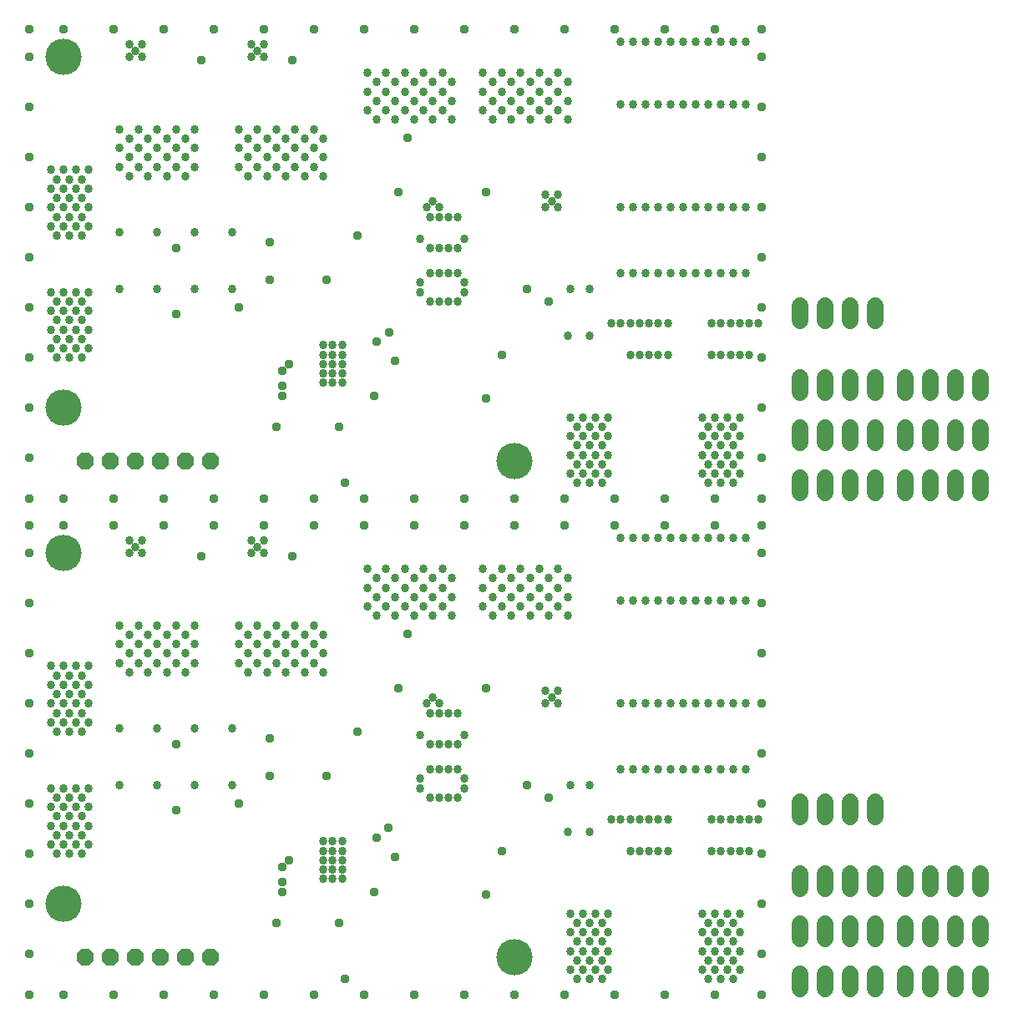
<source format=gbr>
G04 EAGLE Gerber RS-274X export*
G75*
%MOMM*%
%FSLAX34Y34*%
%LPD*%
%INSoldermask Bottom*%
%IPPOS*%
%AMOC8*
5,1,8,0,0,1.08239X$1,22.5*%
G01*
%ADD10C,3.683000*%
%ADD11P,1.869504X8X112.500000*%
%ADD12C,1.727200*%
%ADD13C,0.959600*%
%ADD14C,0.859600*%
%ADD15C,0.863600*%


D10*
X508000Y50165D03*
X50800Y459740D03*
X50800Y104140D03*
X508000Y553085D03*
X50800Y962660D03*
X50800Y607060D03*
D11*
X73025Y50165D03*
X98425Y50165D03*
X123825Y50165D03*
X149225Y50165D03*
X174625Y50165D03*
X200025Y50165D03*
X73025Y553085D03*
X98425Y553085D03*
X123825Y553085D03*
X149225Y553085D03*
X174625Y553085D03*
X200025Y553085D03*
D12*
X904720Y33020D02*
X904720Y17780D01*
X930120Y17780D02*
X930120Y33020D01*
X955520Y33020D02*
X955520Y17780D01*
X980920Y17780D02*
X980920Y33020D01*
X797720Y33020D02*
X797720Y17780D01*
X823120Y17780D02*
X823120Y33020D01*
X848520Y33020D02*
X848520Y17780D01*
X873920Y17780D02*
X873920Y33020D01*
X904720Y68580D02*
X904720Y83820D01*
X930120Y83820D02*
X930120Y68580D01*
X955520Y68580D02*
X955520Y83820D01*
X980920Y83820D02*
X980920Y68580D01*
X797720Y68580D02*
X797720Y83820D01*
X823120Y83820D02*
X823120Y68580D01*
X848520Y68580D02*
X848520Y83820D01*
X873920Y83820D02*
X873920Y68580D01*
X904720Y119380D02*
X904720Y134620D01*
X930120Y134620D02*
X930120Y119380D01*
X955520Y119380D02*
X955520Y134620D01*
X980920Y134620D02*
X980920Y119380D01*
X797720Y119380D02*
X797720Y134620D01*
X823120Y134620D02*
X823120Y119380D01*
X848520Y119380D02*
X848520Y134620D01*
X873920Y134620D02*
X873920Y119380D01*
X797720Y192880D02*
X797720Y208120D01*
X823120Y208120D02*
X823120Y192880D01*
X848520Y192880D02*
X848520Y208120D01*
X873920Y208120D02*
X873920Y192880D01*
X904720Y520700D02*
X904720Y535940D01*
X930120Y535940D02*
X930120Y520700D01*
X955520Y520700D02*
X955520Y535940D01*
X980920Y535940D02*
X980920Y520700D01*
X797720Y520700D02*
X797720Y535940D01*
X823120Y535940D02*
X823120Y520700D01*
X848520Y520700D02*
X848520Y535940D01*
X873920Y535940D02*
X873920Y520700D01*
X904720Y571500D02*
X904720Y586740D01*
X930120Y586740D02*
X930120Y571500D01*
X955520Y571500D02*
X955520Y586740D01*
X980920Y586740D02*
X980920Y571500D01*
X797720Y571500D02*
X797720Y586740D01*
X823120Y586740D02*
X823120Y571500D01*
X848520Y571500D02*
X848520Y586740D01*
X873920Y586740D02*
X873920Y571500D01*
X904720Y622300D02*
X904720Y637540D01*
X930120Y637540D02*
X930120Y622300D01*
X955520Y622300D02*
X955520Y637540D01*
X980920Y637540D02*
X980920Y622300D01*
X797720Y622300D02*
X797720Y637540D01*
X823120Y637540D02*
X823120Y622300D01*
X848520Y622300D02*
X848520Y637540D01*
X873920Y637540D02*
X873920Y622300D01*
X797720Y695800D02*
X797720Y711040D01*
X823120Y711040D02*
X823120Y695800D01*
X848520Y695800D02*
X848520Y711040D01*
X873920Y711040D02*
X873920Y695800D01*
D13*
X272879Y142069D03*
X365656Y116534D03*
X400050Y377924D03*
X273050Y126365D03*
X317500Y234315D03*
D14*
X358775Y443865D03*
X368300Y434340D03*
X377825Y443865D03*
X387350Y434340D03*
X396875Y443865D03*
X406400Y434340D03*
X415925Y443865D03*
X425450Y434340D03*
X434975Y443865D03*
X444500Y434340D03*
X358775Y424815D03*
X377825Y424815D03*
X396875Y424815D03*
X415925Y424815D03*
X434975Y424815D03*
X368300Y415290D03*
X387350Y415290D03*
X406400Y415290D03*
X425450Y415290D03*
X444500Y415290D03*
X434975Y405765D03*
X415925Y405765D03*
X396875Y405765D03*
X377825Y405765D03*
X358775Y405765D03*
X368300Y396240D03*
X387350Y396240D03*
X406400Y396240D03*
X425450Y396240D03*
X444500Y396240D03*
X476250Y443865D03*
X485775Y434340D03*
X495300Y443865D03*
X504825Y434340D03*
X514350Y443865D03*
X523875Y434340D03*
X533400Y443865D03*
X542925Y434340D03*
X552450Y443865D03*
X561975Y434340D03*
X476250Y424815D03*
X495300Y424815D03*
X514350Y424815D03*
X533400Y424815D03*
X552450Y424815D03*
X485775Y415290D03*
X504825Y415290D03*
X523875Y415290D03*
X542925Y415290D03*
X561975Y415290D03*
X552450Y405765D03*
X533400Y405765D03*
X514350Y405765D03*
X495300Y405765D03*
X476250Y405765D03*
X485775Y396240D03*
X504825Y396240D03*
X523875Y396240D03*
X542925Y396240D03*
X561975Y396240D03*
X615950Y475615D03*
X628650Y475615D03*
X641350Y475615D03*
X654050Y475615D03*
X666750Y475615D03*
X679450Y475615D03*
X692150Y475615D03*
X704850Y475615D03*
X717550Y475615D03*
X730250Y475615D03*
X742950Y475615D03*
X615950Y412115D03*
X628650Y412115D03*
X641350Y412115D03*
X654050Y412115D03*
X666750Y412115D03*
X679450Y412115D03*
X692150Y412115D03*
X704850Y412115D03*
X717550Y412115D03*
X730250Y412115D03*
X742950Y412115D03*
X117475Y472440D03*
X130175Y472440D03*
X123825Y466090D03*
X117475Y459740D03*
X130175Y459740D03*
X241300Y472440D03*
X254000Y472440D03*
X247650Y466090D03*
D15*
X241300Y459740D03*
X254000Y459740D03*
D13*
X228600Y205740D03*
X349250Y278765D03*
D14*
X412750Y275590D03*
X457200Y275590D03*
X422275Y297815D03*
X450850Y297815D03*
X422275Y266065D03*
X431800Y266065D03*
X441325Y266065D03*
X450850Y266065D03*
X419100Y307340D03*
X431800Y307340D03*
X425450Y313690D03*
X539750Y307340D03*
X552450Y307340D03*
X546100Y313690D03*
X539750Y320040D03*
X552450Y320040D03*
X431800Y297815D03*
X441325Y297815D03*
D13*
X15875Y12065D03*
X50800Y12065D03*
X101600Y12065D03*
X152400Y12065D03*
X203200Y12065D03*
X254000Y12065D03*
X15875Y53340D03*
X15875Y104140D03*
X15875Y154940D03*
X304800Y12065D03*
X355600Y12065D03*
X406400Y12065D03*
X457200Y12065D03*
X508000Y12065D03*
X558800Y12065D03*
X609600Y12065D03*
X660400Y12065D03*
X711200Y12065D03*
X758825Y12065D03*
X758825Y53340D03*
X758825Y104140D03*
X758825Y154940D03*
X758825Y205740D03*
X758825Y256540D03*
X758825Y307340D03*
X758825Y358140D03*
X758825Y408940D03*
X758825Y459740D03*
X15875Y205740D03*
X15875Y256540D03*
X15875Y307340D03*
X15875Y358140D03*
X15875Y408940D03*
X15875Y459740D03*
X15875Y488315D03*
X50800Y488315D03*
X101600Y488315D03*
X152400Y488315D03*
X203200Y488315D03*
X254000Y488315D03*
X304800Y488315D03*
X355600Y488315D03*
X406400Y488315D03*
X457200Y488315D03*
X508000Y488315D03*
X558800Y488315D03*
X609600Y488315D03*
X660400Y488315D03*
X711200Y488315D03*
X758825Y488315D03*
D14*
X323850Y167640D03*
X314325Y167640D03*
X333375Y167640D03*
X314325Y158115D03*
X323850Y158115D03*
X333375Y158115D03*
X314325Y148590D03*
X323850Y148590D03*
X333375Y148590D03*
X314325Y139065D03*
X323850Y139065D03*
X333375Y139065D03*
X314325Y129540D03*
X323850Y129540D03*
X333375Y129540D03*
X561975Y177165D03*
X584200Y177165D03*
X412750Y231140D03*
X412750Y221615D03*
X422275Y212090D03*
X431800Y212090D03*
X441325Y212090D03*
X450850Y212090D03*
X422275Y240665D03*
X431800Y240665D03*
X441325Y240665D03*
X450850Y240665D03*
X457200Y231140D03*
X457200Y221615D03*
X107950Y224790D03*
X146050Y224790D03*
X184150Y224790D03*
X222250Y224790D03*
X606425Y189865D03*
X615950Y189865D03*
X625475Y189865D03*
X635000Y189865D03*
X644525Y189865D03*
X654050Y189865D03*
X663575Y189865D03*
X663575Y158115D03*
X654050Y158115D03*
X644525Y158115D03*
X635000Y158115D03*
X625475Y158115D03*
X565150Y94615D03*
X577850Y94615D03*
X590550Y94615D03*
X603250Y94615D03*
X571500Y85090D03*
X584200Y85090D03*
X596900Y85090D03*
X565150Y75565D03*
X577850Y75565D03*
X590550Y75565D03*
X603250Y75565D03*
X571500Y66040D03*
X584200Y66040D03*
X596900Y66040D03*
X565150Y56515D03*
X577850Y56515D03*
X590550Y56515D03*
X603250Y56515D03*
X571500Y46990D03*
X584200Y46990D03*
X596900Y46990D03*
X565150Y37465D03*
X577850Y37465D03*
X590550Y37465D03*
X603250Y37465D03*
X571500Y27940D03*
X584200Y27940D03*
X596900Y27940D03*
X38100Y221615D03*
X50800Y221615D03*
X63500Y221615D03*
X76200Y221615D03*
X44450Y212090D03*
X57150Y212090D03*
X69850Y212090D03*
X38100Y202565D03*
X50800Y202565D03*
X63500Y202565D03*
X76200Y202565D03*
X44450Y193040D03*
X57150Y193040D03*
X69850Y193040D03*
X38100Y183515D03*
X50800Y183515D03*
X63500Y183515D03*
X76200Y183515D03*
X44450Y173990D03*
X57150Y173990D03*
X69850Y173990D03*
X38100Y164465D03*
X50800Y164465D03*
X63500Y164465D03*
X76200Y164465D03*
X44450Y154940D03*
X57150Y154940D03*
X69850Y154940D03*
D13*
X266700Y85090D03*
X330200Y85090D03*
X260350Y234315D03*
X479425Y113665D03*
X542925Y212090D03*
D14*
X755650Y189865D03*
X746125Y189865D03*
X736600Y189865D03*
X727075Y189865D03*
X717550Y189865D03*
X708025Y189865D03*
X708025Y158115D03*
X717550Y158115D03*
X727075Y158115D03*
X736600Y158115D03*
X746125Y158115D03*
X615950Y307340D03*
X628650Y307340D03*
X641350Y307340D03*
X654050Y307340D03*
X666750Y307340D03*
X679450Y307340D03*
X692150Y307340D03*
X704850Y307340D03*
X717550Y307340D03*
X730250Y307340D03*
X742950Y307340D03*
X615950Y240665D03*
X628650Y240665D03*
X641350Y240665D03*
X654050Y240665D03*
X666750Y240665D03*
X679450Y240665D03*
X692150Y240665D03*
X704850Y240665D03*
X717550Y240665D03*
X730250Y240665D03*
X742950Y240665D03*
X584200Y224790D03*
X565150Y224790D03*
X698500Y94615D03*
X711200Y94615D03*
X723900Y94615D03*
X736600Y94615D03*
X704850Y85090D03*
X717550Y85090D03*
X730250Y85090D03*
X698500Y75565D03*
X711200Y75565D03*
X723900Y75565D03*
X736600Y75565D03*
X704850Y66040D03*
X717550Y66040D03*
X730250Y66040D03*
X698500Y56515D03*
X711200Y56515D03*
X723900Y56515D03*
X736600Y56515D03*
X704850Y46990D03*
X717550Y46990D03*
X730250Y46990D03*
X698500Y37465D03*
X711200Y37465D03*
X723900Y37465D03*
X736600Y37465D03*
X704850Y27940D03*
X717550Y27940D03*
X730250Y27940D03*
D13*
X390525Y323215D03*
X479425Y323215D03*
X279400Y148741D03*
X190500Y456565D03*
X282575Y456565D03*
X272824Y116389D03*
X336550Y27940D03*
X380000Y181515D03*
X387350Y151765D03*
X495300Y158115D03*
X368300Y171566D03*
X520700Y224790D03*
X165100Y266065D03*
D14*
X107950Y386715D03*
X117475Y377190D03*
X127000Y386715D03*
X136525Y377190D03*
X146050Y386715D03*
X155575Y377190D03*
X165100Y386715D03*
X174625Y377190D03*
X184150Y386715D03*
X107950Y367665D03*
X127000Y367665D03*
X146050Y367665D03*
X165100Y367665D03*
X184150Y367665D03*
X117475Y358140D03*
X136525Y358140D03*
X155575Y358140D03*
X174625Y358140D03*
X184150Y348615D03*
X165100Y348615D03*
X146050Y348615D03*
X127000Y348615D03*
X107950Y348615D03*
X117475Y339090D03*
X136525Y339090D03*
X155575Y339090D03*
X174625Y339090D03*
X228600Y386715D03*
X238125Y377190D03*
X247650Y386715D03*
X257175Y377190D03*
X266700Y386715D03*
X276225Y377190D03*
X285750Y386715D03*
X295275Y377190D03*
X304800Y386715D03*
X314325Y377190D03*
X228600Y367665D03*
X247650Y367665D03*
X266700Y367665D03*
X285750Y367665D03*
X304800Y367665D03*
X238125Y358140D03*
X257175Y358140D03*
X276225Y358140D03*
X295275Y358140D03*
X314325Y358140D03*
X304800Y348615D03*
X285750Y348615D03*
X266700Y348615D03*
X247650Y348615D03*
X228600Y348615D03*
X238125Y339090D03*
X257175Y339090D03*
X276225Y339090D03*
X295275Y339090D03*
X314325Y339090D03*
X107950Y281940D03*
X146050Y281940D03*
X184150Y281940D03*
X222250Y281940D03*
X38100Y345440D03*
X50800Y345440D03*
X63500Y345440D03*
X76200Y345440D03*
X44450Y335915D03*
X57150Y335915D03*
X69850Y335915D03*
X38100Y326390D03*
X50800Y326390D03*
X63500Y326390D03*
X76200Y326390D03*
X44450Y316865D03*
X57150Y316865D03*
X69850Y316865D03*
X38100Y307340D03*
X50800Y307340D03*
X63500Y307340D03*
X76200Y307340D03*
X44450Y297815D03*
X57150Y297815D03*
X69850Y297815D03*
X38100Y288290D03*
X50800Y288290D03*
X63500Y288290D03*
X76200Y288290D03*
X44450Y278765D03*
X57150Y278765D03*
X69850Y278765D03*
D13*
X165100Y199390D03*
X260350Y272415D03*
X272879Y644989D03*
X365656Y619454D03*
X400050Y880844D03*
X273050Y629285D03*
X317500Y737235D03*
D14*
X358775Y946785D03*
X368300Y937260D03*
X377825Y946785D03*
X387350Y937260D03*
X396875Y946785D03*
X406400Y937260D03*
X415925Y946785D03*
X425450Y937260D03*
X434975Y946785D03*
X444500Y937260D03*
X358775Y927735D03*
X377825Y927735D03*
X396875Y927735D03*
X415925Y927735D03*
X434975Y927735D03*
X368300Y918210D03*
X387350Y918210D03*
X406400Y918210D03*
X425450Y918210D03*
X444500Y918210D03*
X434975Y908685D03*
X415925Y908685D03*
X396875Y908685D03*
X377825Y908685D03*
X358775Y908685D03*
X368300Y899160D03*
X387350Y899160D03*
X406400Y899160D03*
X425450Y899160D03*
X444500Y899160D03*
X476250Y946785D03*
X485775Y937260D03*
X495300Y946785D03*
X504825Y937260D03*
X514350Y946785D03*
X523875Y937260D03*
X533400Y946785D03*
X542925Y937260D03*
X552450Y946785D03*
X561975Y937260D03*
X476250Y927735D03*
X495300Y927735D03*
X514350Y927735D03*
X533400Y927735D03*
X552450Y927735D03*
X485775Y918210D03*
X504825Y918210D03*
X523875Y918210D03*
X542925Y918210D03*
X561975Y918210D03*
X552450Y908685D03*
X533400Y908685D03*
X514350Y908685D03*
X495300Y908685D03*
X476250Y908685D03*
X485775Y899160D03*
X504825Y899160D03*
X523875Y899160D03*
X542925Y899160D03*
X561975Y899160D03*
X615950Y978535D03*
X628650Y978535D03*
X641350Y978535D03*
X654050Y978535D03*
X666750Y978535D03*
X679450Y978535D03*
X692150Y978535D03*
X704850Y978535D03*
X717550Y978535D03*
X730250Y978535D03*
X742950Y978535D03*
X615950Y915035D03*
X628650Y915035D03*
X641350Y915035D03*
X654050Y915035D03*
X666750Y915035D03*
X679450Y915035D03*
X692150Y915035D03*
X704850Y915035D03*
X717550Y915035D03*
X730250Y915035D03*
X742950Y915035D03*
X117475Y975360D03*
X130175Y975360D03*
X123825Y969010D03*
X117475Y962660D03*
X130175Y962660D03*
X241300Y975360D03*
X254000Y975360D03*
X247650Y969010D03*
D15*
X241300Y962660D03*
X254000Y962660D03*
D13*
X228600Y708660D03*
X349250Y781685D03*
D14*
X412750Y778510D03*
X457200Y778510D03*
X422275Y800735D03*
X450850Y800735D03*
X422275Y768985D03*
X431800Y768985D03*
X441325Y768985D03*
X450850Y768985D03*
X419100Y810260D03*
X431800Y810260D03*
X425450Y816610D03*
X539750Y810260D03*
X552450Y810260D03*
X546100Y816610D03*
X539750Y822960D03*
X552450Y822960D03*
X431800Y800735D03*
X441325Y800735D03*
D13*
X15875Y514985D03*
X50800Y514985D03*
X101600Y514985D03*
X152400Y514985D03*
X203200Y514985D03*
X254000Y514985D03*
X15875Y556260D03*
X15875Y607060D03*
X15875Y657860D03*
X304800Y514985D03*
X355600Y514985D03*
X406400Y514985D03*
X457200Y514985D03*
X508000Y514985D03*
X558800Y514985D03*
X609600Y514985D03*
X660400Y514985D03*
X711200Y514985D03*
X758825Y514985D03*
X758825Y556260D03*
X758825Y607060D03*
X758825Y657860D03*
X758825Y708660D03*
X758825Y759460D03*
X758825Y810260D03*
X758825Y861060D03*
X758825Y911860D03*
X758825Y962660D03*
X15875Y708660D03*
X15875Y759460D03*
X15875Y810260D03*
X15875Y861060D03*
X15875Y911860D03*
X15875Y962660D03*
X15875Y991235D03*
X50800Y991235D03*
X101600Y991235D03*
X152400Y991235D03*
X203200Y991235D03*
X254000Y991235D03*
X304800Y991235D03*
X355600Y991235D03*
X406400Y991235D03*
X457200Y991235D03*
X508000Y991235D03*
X558800Y991235D03*
X609600Y991235D03*
X660400Y991235D03*
X711200Y991235D03*
X758825Y991235D03*
D14*
X323850Y670560D03*
X314325Y670560D03*
X333375Y670560D03*
X314325Y661035D03*
X323850Y661035D03*
X333375Y661035D03*
X314325Y651510D03*
X323850Y651510D03*
X333375Y651510D03*
X314325Y641985D03*
X323850Y641985D03*
X333375Y641985D03*
X314325Y632460D03*
X323850Y632460D03*
X333375Y632460D03*
X561975Y680085D03*
X584200Y680085D03*
X412750Y734060D03*
X412750Y724535D03*
X422275Y715010D03*
X431800Y715010D03*
X441325Y715010D03*
X450850Y715010D03*
X422275Y743585D03*
X431800Y743585D03*
X441325Y743585D03*
X450850Y743585D03*
X457200Y734060D03*
X457200Y724535D03*
X107950Y727710D03*
X146050Y727710D03*
X184150Y727710D03*
X222250Y727710D03*
X606425Y692785D03*
X615950Y692785D03*
X625475Y692785D03*
X635000Y692785D03*
X644525Y692785D03*
X654050Y692785D03*
X663575Y692785D03*
X663575Y661035D03*
X654050Y661035D03*
X644525Y661035D03*
X635000Y661035D03*
X625475Y661035D03*
X565150Y597535D03*
X577850Y597535D03*
X590550Y597535D03*
X603250Y597535D03*
X571500Y588010D03*
X584200Y588010D03*
X596900Y588010D03*
X565150Y578485D03*
X577850Y578485D03*
X590550Y578485D03*
X603250Y578485D03*
X571500Y568960D03*
X584200Y568960D03*
X596900Y568960D03*
X565150Y559435D03*
X577850Y559435D03*
X590550Y559435D03*
X603250Y559435D03*
X571500Y549910D03*
X584200Y549910D03*
X596900Y549910D03*
X565150Y540385D03*
X577850Y540385D03*
X590550Y540385D03*
X603250Y540385D03*
X571500Y530860D03*
X584200Y530860D03*
X596900Y530860D03*
X38100Y724535D03*
X50800Y724535D03*
X63500Y724535D03*
X76200Y724535D03*
X44450Y715010D03*
X57150Y715010D03*
X69850Y715010D03*
X38100Y705485D03*
X50800Y705485D03*
X63500Y705485D03*
X76200Y705485D03*
X44450Y695960D03*
X57150Y695960D03*
X69850Y695960D03*
X38100Y686435D03*
X50800Y686435D03*
X63500Y686435D03*
X76200Y686435D03*
X44450Y676910D03*
X57150Y676910D03*
X69850Y676910D03*
X38100Y667385D03*
X50800Y667385D03*
X63500Y667385D03*
X76200Y667385D03*
X44450Y657860D03*
X57150Y657860D03*
X69850Y657860D03*
D13*
X266700Y588010D03*
X330200Y588010D03*
X260350Y737235D03*
X479425Y616585D03*
X542925Y715010D03*
D14*
X755650Y692785D03*
X746125Y692785D03*
X736600Y692785D03*
X727075Y692785D03*
X717550Y692785D03*
X708025Y692785D03*
X708025Y661035D03*
X717550Y661035D03*
X727075Y661035D03*
X736600Y661035D03*
X746125Y661035D03*
X615950Y810260D03*
X628650Y810260D03*
X641350Y810260D03*
X654050Y810260D03*
X666750Y810260D03*
X679450Y810260D03*
X692150Y810260D03*
X704850Y810260D03*
X717550Y810260D03*
X730250Y810260D03*
X742950Y810260D03*
X615950Y743585D03*
X628650Y743585D03*
X641350Y743585D03*
X654050Y743585D03*
X666750Y743585D03*
X679450Y743585D03*
X692150Y743585D03*
X704850Y743585D03*
X717550Y743585D03*
X730250Y743585D03*
X742950Y743585D03*
X584200Y727710D03*
X565150Y727710D03*
X698500Y597535D03*
X711200Y597535D03*
X723900Y597535D03*
X736600Y597535D03*
X704850Y588010D03*
X717550Y588010D03*
X730250Y588010D03*
X698500Y578485D03*
X711200Y578485D03*
X723900Y578485D03*
X736600Y578485D03*
X704850Y568960D03*
X717550Y568960D03*
X730250Y568960D03*
X698500Y559435D03*
X711200Y559435D03*
X723900Y559435D03*
X736600Y559435D03*
X704850Y549910D03*
X717550Y549910D03*
X730250Y549910D03*
X698500Y540385D03*
X711200Y540385D03*
X723900Y540385D03*
X736600Y540385D03*
X704850Y530860D03*
X717550Y530860D03*
X730250Y530860D03*
D13*
X390525Y826135D03*
X479425Y826135D03*
X279400Y651661D03*
X190500Y959485D03*
X282575Y959485D03*
X272824Y619309D03*
X336550Y530860D03*
X381000Y683435D03*
X387350Y654685D03*
X495300Y661035D03*
X368300Y674486D03*
X520700Y727710D03*
X165100Y768985D03*
D14*
X107950Y889635D03*
X117475Y880110D03*
X127000Y889635D03*
X136525Y880110D03*
X146050Y889635D03*
X155575Y880110D03*
X165100Y889635D03*
X174625Y880110D03*
X184150Y889635D03*
X107950Y870585D03*
X127000Y870585D03*
X146050Y870585D03*
X165100Y870585D03*
X184150Y870585D03*
X117475Y861060D03*
X136525Y861060D03*
X155575Y861060D03*
X174625Y861060D03*
X184150Y851535D03*
X165100Y851535D03*
X146050Y851535D03*
X127000Y851535D03*
X107950Y851535D03*
X117475Y842010D03*
X136525Y842010D03*
X155575Y842010D03*
X174625Y842010D03*
X228600Y889635D03*
X238125Y880110D03*
X247650Y889635D03*
X257175Y880110D03*
X266700Y889635D03*
X276225Y880110D03*
X285750Y889635D03*
X295275Y880110D03*
X304800Y889635D03*
X314325Y880110D03*
X228600Y870585D03*
X247650Y870585D03*
X266700Y870585D03*
X285750Y870585D03*
X304800Y870585D03*
X238125Y861060D03*
X257175Y861060D03*
X276225Y861060D03*
X295275Y861060D03*
X314325Y861060D03*
X304800Y851535D03*
X285750Y851535D03*
X266700Y851535D03*
X247650Y851535D03*
X228600Y851535D03*
X238125Y842010D03*
X257175Y842010D03*
X276225Y842010D03*
X295275Y842010D03*
X314325Y842010D03*
X107950Y784860D03*
X146050Y784860D03*
X184150Y784860D03*
X222250Y784860D03*
X38100Y848360D03*
X50800Y848360D03*
X63500Y848360D03*
X76200Y848360D03*
X44450Y838835D03*
X57150Y838835D03*
X69850Y838835D03*
X38100Y829310D03*
X50800Y829310D03*
X63500Y829310D03*
X76200Y829310D03*
X44450Y819785D03*
X57150Y819785D03*
X69850Y819785D03*
X38100Y810260D03*
X50800Y810260D03*
X63500Y810260D03*
X76200Y810260D03*
X44450Y800735D03*
X57150Y800735D03*
X69850Y800735D03*
X38100Y791210D03*
X50800Y791210D03*
X63500Y791210D03*
X76200Y791210D03*
X44450Y781685D03*
X57150Y781685D03*
X69850Y781685D03*
D13*
X165100Y702310D03*
X260350Y775335D03*
M02*

</source>
